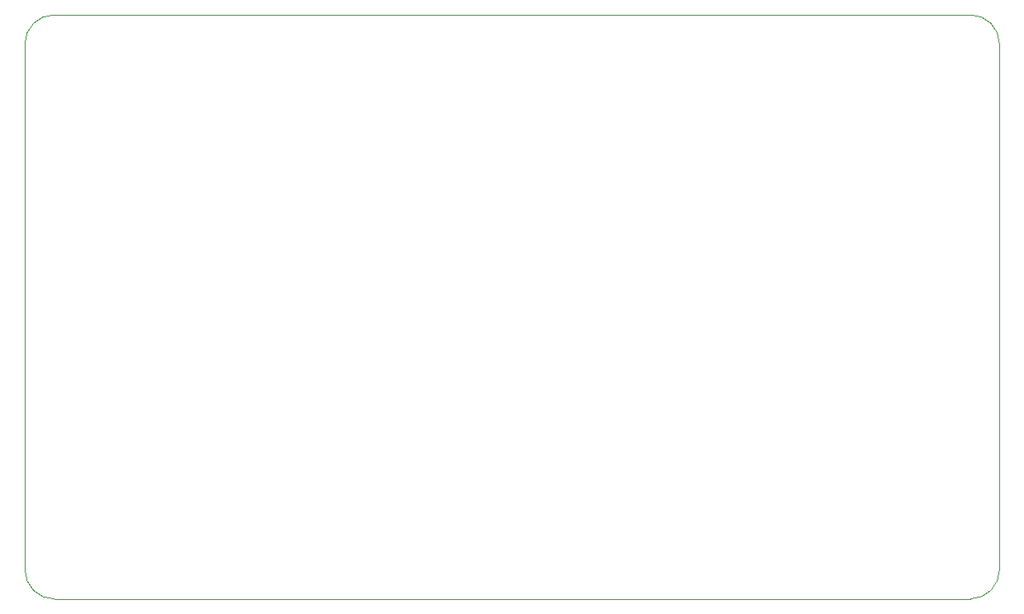
<source format=gko>
%TF.GenerationSoftware,KiCad,Pcbnew,(6.0.4)*%
%TF.CreationDate,2022-04-13T22:44:02+02:00*%
%TF.ProjectId,PPSE_2021,50505345-5f32-4303-9231-2e6b69636164,rev?*%
%TF.SameCoordinates,Original*%
%TF.FileFunction,Profile,NP*%
%FSLAX46Y46*%
G04 Gerber Fmt 4.6, Leading zero omitted, Abs format (unit mm)*
G04 Created by KiCad (PCBNEW (6.0.4)) date 2022-04-13 22:44:02*
%MOMM*%
%LPD*%
G01*
G04 APERTURE LIST*
%TA.AperFunction,Profile*%
%ADD10C,0.100000*%
%TD*%
G04 APERTURE END LIST*
D10*
X87513698Y-131919999D02*
G75*
G03*
X90510000Y-134919999I3000802J799D01*
G01*
X187520775Y-77919228D02*
X187520772Y-131922928D01*
X87513691Y-131919999D02*
X87515600Y-77921538D01*
X184520772Y-134919237D02*
X90510000Y-134919999D01*
X90515600Y-74921538D02*
X184524466Y-74919228D01*
X184520772Y-134919275D02*
G75*
G03*
X187520772Y-131922928I-772J3000775D01*
G01*
X187520775Y-77919228D02*
G75*
G03*
X184524466Y-74919228I-3000775J-772D01*
G01*
X90515600Y-74921500D02*
G75*
G03*
X87515600Y-77921538I0J-3000000D01*
G01*
M02*

</source>
